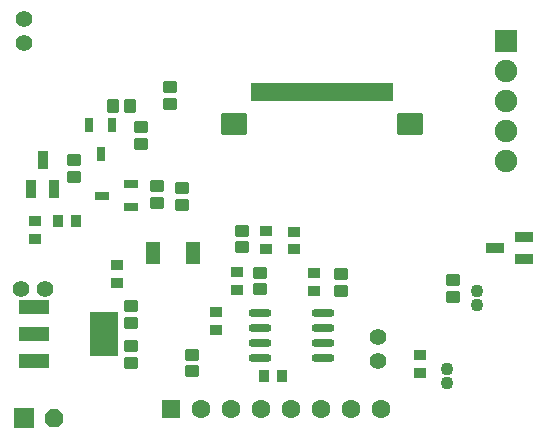
<source format=gbs>
G04 Layer: BottomSolderMaskLayer*
G04 Panelize: , Column: 1, Row: 1, Board Size: 1.85inch x 1.54inch, Panelized Board Size: 1.85inch x 1.54inch*
G04 EasyEDA v6.5.48, 2025-03-06 20:58:06*
G04 bc0108e7a25f4f9495a06a5a4f8deb47,84066bfdb5964fb78f634a0d0c1972bb,10*
G04 Gerber Generator version 0.2*
G04 Scale: 100 percent, Rotated: No, Reflected: No *
G04 Dimensions in inches *
G04 leading zeros omitted , absolute positions ,3 integer and 6 decimal *
%FSLAX36Y36*%
%MOIN*%

%AMMACRO1*4,1,8,-0.0323,-0.0335,-0.0335,-0.0323,-0.0335,0.0323,-0.0323,0.0335,0.0323,0.0335,0.0335,0.0323,0.0335,-0.0323,0.0323,-0.0335,-0.0323,-0.0335,0*%
%AMMACRO2*4,1,8,-0.0076,-0.0296,-0.0099,-0.0272,-0.0099,0.0272,-0.0076,0.0296,0.0076,0.0296,0.0099,0.0272,0.0099,-0.0272,0.0076,-0.0296,-0.0076,-0.0296,0*%
%AMMACRO3*4,1,8,-0.041,-0.0355,-0.0434,-0.0332,-0.0434,0.0332,-0.041,0.0355,0.041,0.0355,0.0434,0.0332,0.0434,-0.0332,0.041,-0.0355,-0.041,-0.0355,0*%
%AMMACRO4*4,1,8,-0.0263,-0.0178,-0.0286,-0.0154,-0.0286,0.0154,-0.0263,0.0178,0.0263,0.0178,0.0286,0.0154,0.0286,-0.0154,0.0263,-0.0178,-0.0263,-0.0178,0*%
%AMMACRO5*4,1,8,-0.05,-0.0237,-0.0512,-0.0225,-0.0512,0.0225,-0.05,0.0237,0.05,0.0237,0.0512,0.0225,0.0512,-0.0225,0.05,-0.0237,-0.05,-0.0237,0*%
%AMMACRO6*4,1,8,-0.0469,-0.0729,-0.0481,-0.0717,-0.0481,0.0717,-0.0469,0.0729,0.0469,0.0729,0.0481,0.0717,0.0481,-0.0717,0.0469,-0.0729,-0.0469,-0.0729,0*%
%AMMACRO7*4,1,8,-0.0194,-0.0197,-0.0217,-0.0174,-0.0217,0.0174,-0.0194,0.0197,0.0194,0.0197,0.0217,0.0174,0.0217,-0.0174,0.0194,-0.0197,-0.0194,-0.0197,0*%
%AMMACRO8*4,1,8,-0.0178,-0.0179,-0.019,-0.0167,-0.019,0.0167,-0.0178,0.0179,0.0178,0.0179,0.019,0.0167,0.019,-0.0167,0.0178,-0.0179,-0.0178,-0.0179,0*%
%AMMACRO9*4,1,8,-0.0167,-0.019,-0.0179,-0.0178,-0.0179,0.0178,-0.0167,0.019,0.0167,0.019,0.0179,0.0178,0.0179,-0.0178,0.0167,-0.019,-0.0167,-0.019,0*%
%AMMACRO10*4,1,8,-0.0225,-0.0355,-0.0237,-0.0343,-0.0237,0.0343,-0.0225,0.0355,0.0225,0.0355,0.0237,0.0343,0.0237,-0.0343,0.0225,-0.0355,-0.0225,-0.0355,0*%
%AMMACRO11*4,1,8,-0.0154,-0.0286,-0.0178,-0.0263,-0.0178,0.0263,-0.0154,0.0286,0.0154,0.0286,0.0178,0.0263,0.0178,-0.0263,0.0154,-0.0286,-0.0154,-0.0286,0*%
%AMMACRO12*4,1,8,-0.0174,-0.0217,-0.0197,-0.0194,-0.0197,0.0194,-0.0174,0.0217,0.0174,0.0217,0.0197,0.0194,0.0197,-0.0194,0.0174,-0.0217,-0.0174,-0.0217,0*%
%AMMACRO13*4,1,8,-0.0219,-0.0138,-0.0231,-0.0126,-0.0231,0.0126,-0.0219,0.0138,0.0219,0.0138,0.0231,0.0126,0.0231,-0.0126,0.0219,-0.0138,-0.0219,-0.0138,0*%
%AMMACRO14*4,1,8,-0.0126,-0.0231,-0.0138,-0.0219,-0.0138,0.0219,-0.0126,0.0231,0.0126,0.0231,0.0138,0.0219,0.0138,-0.0219,0.0126,-0.0231,-0.0126,-0.0231,0*%
%AMMACRO15*4,1,8,-0.0304,-0.0315,-0.0315,-0.0304,-0.0315,0.0304,-0.0304,0.0315,0.0304,0.0315,0.0315,0.0304,0.0315,-0.0304,0.0304,-0.0315,-0.0304,-0.0315,0*%
%AMMACRO16*4,1,8,-0.0351,-0.0375,-0.0375,-0.0351,-0.0375,0.0351,-0.0351,0.0375,0.0351,0.0375,0.0375,0.0351,0.0375,-0.0351,0.0351,-0.0375,-0.0351,-0.0375,0*%
%ADD10MACRO1*%
%ADD11MACRO2*%
%ADD12MACRO3*%
%ADD13MACRO4*%
%ADD14MACRO5*%
%ADD15MACRO6*%
%ADD16MACRO7*%
%ADD17MACRO8*%
%ADD18MACRO9*%
%ADD19O,0.077425X0.028803000000000002*%
%ADD20MACRO10*%
%ADD21MACRO11*%
%ADD22MACRO12*%
%ADD23MACRO13*%
%ADD24MACRO14*%
%ADD25MACRO15*%
%ADD26C,0.0631*%
%ADD27C,0.0552*%
%ADD28C,0.0434*%
%ADD29MACRO16*%
%ADD30C,0.0749*%

%LPD*%
D10*
G01*
X120789Y100000D03*
G36*
X207159Y68899D02*
G01*
X206936Y68912D01*
X206714Y68949D01*
X206498Y69011D01*
X206291Y69097D01*
X206095Y69207D01*
X205913Y69335D01*
X205745Y69486D01*
X188695Y86536D01*
X188546Y86703D01*
X188416Y86885D01*
X188308Y87082D01*
X188222Y87289D01*
X188159Y87505D01*
X188123Y87725D01*
X188110Y87950D01*
X188110Y112049D01*
X188123Y112274D01*
X188159Y112494D01*
X188222Y112710D01*
X188308Y112917D01*
X188416Y113114D01*
X188546Y113296D01*
X188695Y113463D01*
X205745Y130513D01*
X205913Y130664D01*
X206095Y130792D01*
X206291Y130902D01*
X206498Y130988D01*
X206714Y131050D01*
X206936Y131087D01*
X207159Y131100D01*
X231269Y131100D01*
X231493Y131087D01*
X231714Y131050D01*
X231930Y130988D01*
X232137Y130902D01*
X232334Y130792D01*
X232516Y130662D01*
X232685Y130513D01*
X249724Y113463D01*
X249873Y113296D01*
X250003Y113114D01*
X250111Y112917D01*
X250198Y112710D01*
X250259Y112494D01*
X250297Y112274D01*
X250309Y112049D01*
X250309Y87950D01*
X250297Y87725D01*
X250259Y87505D01*
X250198Y87289D01*
X250111Y87082D01*
X250003Y86885D01*
X249873Y86703D01*
X249724Y86536D01*
X232685Y69486D01*
X232516Y69337D01*
X232334Y69207D01*
X232137Y69097D01*
X231930Y69011D01*
X231714Y68949D01*
X231493Y68912D01*
X231269Y68899D01*
G37*
D11*
G01*
X885412Y1187320D03*
G01*
X905097Y1187320D03*
G01*
X924782Y1187320D03*
G01*
X944467Y1187320D03*
G01*
X964152Y1187320D03*
G01*
X983837Y1187320D03*
G01*
X1003522Y1187320D03*
G01*
X1023207Y1187320D03*
G01*
X1042892Y1187320D03*
G01*
X1062577Y1187320D03*
G01*
X1082262Y1187320D03*
G01*
X1101947Y1187320D03*
G01*
X1121632Y1187320D03*
G01*
X1141317Y1187320D03*
G01*
X1161002Y1187320D03*
G01*
X1180687Y1187320D03*
G01*
X1200372Y1187320D03*
G01*
X1220057Y1187320D03*
G01*
X1239742Y1187320D03*
G01*
X1259427Y1187320D03*
G01*
X1279112Y1187320D03*
G01*
X1298797Y1187320D03*
G01*
X1318482Y1187320D03*
G01*
X1338167Y1187320D03*
D12*
G01*
X1405014Y1080960D03*
G01*
X818402Y1080960D03*
D13*
G01*
X1688356Y666928D03*
G01*
X1786755Y629527D03*
G01*
X1786755Y704327D03*
D14*
G01*
X153073Y289449D03*
G01*
X153073Y380000D03*
G01*
X153073Y470550D03*
D15*
G01*
X386929Y380000D03*
D16*
G01*
X475310Y338694D03*
G01*
X475310Y283575D03*
G01*
X1548107Y559211D03*
G01*
X1548107Y504093D03*
G01*
X475310Y416576D03*
G01*
X475310Y471693D03*
D17*
G01*
X430000Y550344D03*
G01*
X430000Y609655D03*
D16*
G01*
X681111Y255976D03*
G01*
X681111Y311093D03*
G01*
X905410Y584794D03*
G01*
X905410Y529675D03*
G01*
X1175610Y578894D03*
G01*
X1175610Y523776D03*
D17*
G01*
X761011Y452890D03*
G01*
X761011Y393579D03*
D18*
G01*
X919755Y238334D03*
G01*
X979066Y238334D03*
D17*
G01*
X1087710Y583190D03*
G01*
X1087710Y523879D03*
G01*
X830911Y585190D03*
G01*
X830911Y525879D03*
G01*
X1440000Y250344D03*
G01*
X1440000Y309655D03*
D19*
G01*
X904799Y299639D03*
G01*
X904799Y349639D03*
G01*
X904799Y399639D03*
G01*
X904799Y449639D03*
G01*
X1116019Y299639D03*
G01*
X1116019Y349639D03*
G01*
X1116019Y399639D03*
G01*
X1116019Y449639D03*
D20*
G01*
X684138Y648240D03*
G01*
X550280Y648240D03*
D21*
G01*
X181811Y960534D03*
G01*
X144411Y862134D03*
G01*
X219210Y862134D03*
D17*
G01*
X925111Y723290D03*
G01*
X925111Y663979D03*
D16*
G01*
X285410Y958193D03*
G01*
X285410Y903076D03*
G01*
X563208Y816680D03*
G01*
X563208Y871799D03*
G01*
X647608Y810781D03*
G01*
X647608Y865898D03*
D22*
G01*
X417651Y1141034D03*
G01*
X472770Y1141034D03*
D16*
G01*
X510811Y1068994D03*
G01*
X510811Y1013876D03*
G01*
X845110Y723794D03*
G01*
X845110Y668676D03*
G01*
X606297Y1202781D03*
G01*
X606297Y1147663D03*
D17*
G01*
X154810Y756390D03*
G01*
X154810Y697079D03*
D18*
G01*
X232855Y757835D03*
G01*
X292166Y757835D03*
D17*
G01*
X1020310Y721090D03*
G01*
X1020310Y661779D03*
D23*
G01*
X477030Y878540D03*
G01*
X477030Y803740D03*
G01*
X379786Y841140D03*
D24*
G01*
X337910Y1076956D03*
G01*
X412710Y1076956D03*
G01*
X375311Y979712D03*
D25*
G01*
X610000Y130000D03*
D26*
G01*
X710000Y130000D03*
G01*
X810000Y130000D03*
G01*
X910000Y130000D03*
G01*
X1010000Y130000D03*
G01*
X1110000Y130000D03*
G01*
X1210000Y130000D03*
G01*
X1310000Y130000D03*
D27*
G01*
X1300000Y290630D03*
G01*
X1300000Y369369D03*
D28*
G01*
X1530000Y264600D03*
G01*
X1530000Y215399D03*
G01*
X1630000Y524600D03*
G01*
X1630000Y475399D03*
D27*
G01*
X120000Y1350630D03*
G01*
X120000Y1429369D03*
G01*
X110630Y530000D03*
G01*
X189369Y530000D03*
D29*
G01*
X1726926Y1356730D03*
D30*
G01*
X1726930Y1256729D03*
G01*
X1726930Y1156729D03*
G01*
X1726930Y1056729D03*
G01*
X1726930Y956729D03*
M02*

</source>
